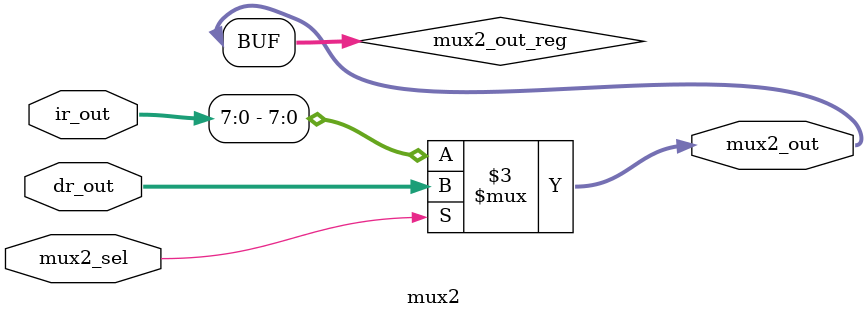
<source format=v>
`timescale 1ns / 1ps


module mux2 (
    input wire mux2_sel,
    input wire [7:0] dr_out,
    input wire [11:0] ir_out,  // Assuming `ir_out` is 12 bits, using the lower 8 bits
    output wire [7:0] mux2_out
);

    reg [7:0] mux2_out_reg;

    always @(*) begin
        if (mux2_sel) begin
            mux2_out_reg = dr_out;
        end else begin
            mux2_out_reg = ir_out[7:0];
        end
    end

    assign mux2_out = mux2_out_reg;

endmodule


</source>
